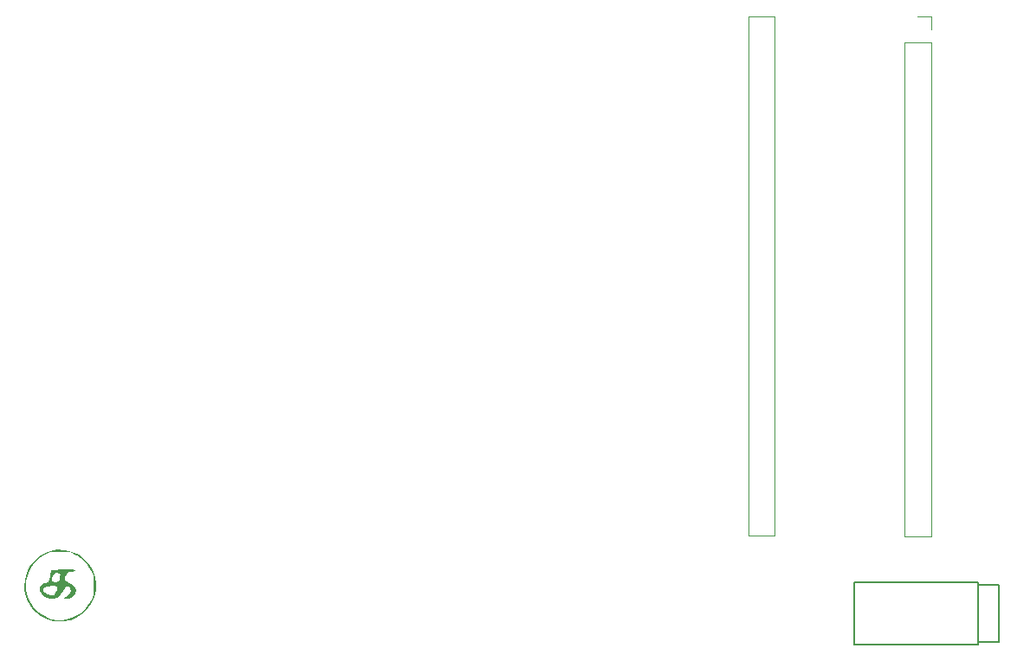
<source format=gto>
%TF.GenerationSoftware,KiCad,Pcbnew,8.0.4*%
%TF.CreationDate,2024-08-06T18:16:02+02:00*%
%TF.ProjectId,keyboard_pcb,6b657962-6f61-4726-945f-7063622e6b69,rev1.0*%
%TF.SameCoordinates,Original*%
%TF.FileFunction,Legend,Top*%
%TF.FilePolarity,Positive*%
%FSLAX46Y46*%
G04 Gerber Fmt 4.6, Leading zero omitted, Abs format (unit mm)*
G04 Created by KiCad (PCBNEW 8.0.4) date 2024-08-06 18:16:02*
%MOMM*%
%LPD*%
G01*
G04 APERTURE LIST*
%ADD10C,0.000000*%
%ADD11C,0.150000*%
%ADD12C,0.120000*%
G04 APERTURE END LIST*
D10*
%TO.C,G\u002A\u002A\u002A*%
G36*
X113583036Y-103890850D02*
G01*
X114274068Y-104058651D01*
X114916993Y-104357159D01*
X115489092Y-104774325D01*
X115967642Y-105298100D01*
X116329924Y-105916432D01*
X116470015Y-106287999D01*
X116624786Y-107050794D01*
X116622314Y-107797503D01*
X116470673Y-108508650D01*
X116177935Y-109164756D01*
X115752173Y-109746347D01*
X115201458Y-110233944D01*
X114713914Y-110524941D01*
X114399926Y-110674173D01*
X114148926Y-110769601D01*
X113901810Y-110824739D01*
X113599474Y-110853104D01*
X113216611Y-110867308D01*
X112797521Y-110873007D01*
X112492827Y-110858465D01*
X112248074Y-110816236D01*
X112008808Y-110738875D01*
X111870967Y-110683333D01*
X111262953Y-110380631D01*
X110778342Y-110023986D01*
X110372488Y-109580265D01*
X110356782Y-109559603D01*
X109966750Y-108914727D01*
X109727420Y-108232603D01*
X109647250Y-107644878D01*
X109803215Y-107644878D01*
X109908707Y-108277956D01*
X110128771Y-108881634D01*
X110461336Y-109436342D01*
X110904332Y-109922509D01*
X111455686Y-110320563D01*
X112113329Y-110610934D01*
X112365000Y-110682703D01*
X112841114Y-110773940D01*
X113267285Y-110784489D01*
X113740370Y-110716091D01*
X113778999Y-110708130D01*
X114458908Y-110482784D01*
X115087624Y-110114196D01*
X115633668Y-109627305D01*
X116065559Y-109047049D01*
X116202088Y-108788463D01*
X116304895Y-108551652D01*
X116371193Y-108336476D01*
X116408777Y-108094307D01*
X116425442Y-107776517D01*
X116429000Y-107373000D01*
X116425403Y-106948739D01*
X116409011Y-106645148D01*
X116371423Y-106413621D01*
X116304235Y-106205552D01*
X116199047Y-105972334D01*
X116180201Y-105933667D01*
X115825435Y-105373657D01*
X115350777Y-104863221D01*
X114805669Y-104451801D01*
X114566333Y-104319799D01*
X114325460Y-104208422D01*
X114116761Y-104136261D01*
X113891630Y-104094913D01*
X113601462Y-104075977D01*
X113197649Y-104071050D01*
X113127000Y-104071000D01*
X112704932Y-104074371D01*
X112404064Y-104090160D01*
X112176309Y-104126880D01*
X111973579Y-104193044D01*
X111747787Y-104297165D01*
X111692246Y-104325000D01*
X111066816Y-104723483D01*
X110568385Y-105209993D01*
X110194879Y-105764958D01*
X109944230Y-106368808D01*
X109814365Y-107001972D01*
X109803215Y-107644878D01*
X109647250Y-107644878D01*
X109632120Y-107533961D01*
X109674178Y-106839531D01*
X109846921Y-106170044D01*
X110143678Y-105546231D01*
X110557778Y-104988823D01*
X111082546Y-104518549D01*
X111711313Y-104156140D01*
X112147534Y-103995572D01*
X112866617Y-103865808D01*
X113583036Y-103890850D01*
G37*
G36*
X114330458Y-105822724D02*
G01*
X114545772Y-105838177D01*
X114653280Y-105866800D01*
X114673416Y-105910062D01*
X114673395Y-105910127D01*
X114571863Y-105981958D01*
X114351901Y-106032927D01*
X114235848Y-106044399D01*
X113984499Y-106072376D01*
X113842241Y-106138217D01*
X113748840Y-106278207D01*
X113713299Y-106359179D01*
X113607550Y-106662400D01*
X113608420Y-106862382D01*
X113731716Y-106998810D01*
X113993245Y-107111367D01*
X114015954Y-107118985D01*
X114398953Y-107302833D01*
X114625137Y-107545815D01*
X114692693Y-107844243D01*
X114599804Y-108194430D01*
X114572683Y-108249721D01*
X114350618Y-108504328D01*
X114021312Y-108654210D01*
X113758016Y-108685333D01*
X113560525Y-108661073D01*
X113523789Y-108596936D01*
X113647688Y-108505887D01*
X113760145Y-108457950D01*
X113976004Y-108315438D01*
X114114214Y-108107278D01*
X114171212Y-107875483D01*
X114143437Y-107662065D01*
X114027326Y-107509036D01*
X113844963Y-107457667D01*
X113695713Y-107494779D01*
X113559553Y-107628296D01*
X113415118Y-107866031D01*
X113197732Y-108229652D01*
X112995536Y-108461699D01*
X112771748Y-108591762D01*
X112489587Y-108649427D01*
X112435565Y-108653985D01*
X112143368Y-108653739D01*
X111887902Y-108618106D01*
X111814667Y-108595048D01*
X111514555Y-108415037D01*
X111279837Y-108173579D01*
X111150560Y-107916660D01*
X111137333Y-107817260D01*
X111157060Y-107680163D01*
X111441823Y-107680163D01*
X111449059Y-107868853D01*
X111466858Y-107906251D01*
X111650171Y-108113302D01*
X111916960Y-108264776D01*
X112208587Y-108340201D01*
X112466417Y-108319109D01*
X112542825Y-108281870D01*
X112694331Y-108103516D01*
X112801570Y-107839566D01*
X112830667Y-107632566D01*
X112821449Y-107515055D01*
X112768054Y-107450033D01*
X112631871Y-107421995D01*
X112374290Y-107415434D01*
X112289713Y-107415333D01*
X111873017Y-107446920D01*
X111586765Y-107537357D01*
X111441823Y-107680163D01*
X111157060Y-107680163D01*
X111179683Y-107522936D01*
X111326612Y-107314963D01*
X111607944Y-107154951D01*
X111671438Y-107129698D01*
X111869483Y-107047303D01*
X111990609Y-106958163D01*
X112020675Y-106901990D01*
X112355112Y-106901990D01*
X112419450Y-107001280D01*
X112667001Y-107071659D01*
X112900764Y-106988914D01*
X112944700Y-106950537D01*
X113052630Y-106779101D01*
X113130098Y-106554559D01*
X113148490Y-106335954D01*
X113068962Y-106198916D01*
X113036168Y-106172689D01*
X112870796Y-106076583D01*
X112741950Y-106097076D01*
X112584179Y-106241441D01*
X112436547Y-106460218D01*
X112356169Y-106698956D01*
X112355112Y-106901990D01*
X112020675Y-106901990D01*
X112066564Y-106816255D01*
X112129096Y-106575553D01*
X112162264Y-106418170D01*
X112280333Y-105849000D01*
X113494680Y-105825461D01*
X113986905Y-105818975D01*
X114330458Y-105822724D01*
G37*
D11*
%TO.C,J1*%
X190750000Y-113150000D02*
X190750000Y-107050000D01*
X202850000Y-107050000D02*
X190750000Y-107050000D01*
X202850000Y-107300000D02*
X204850000Y-107300000D01*
X202850000Y-112900000D02*
X204850000Y-112900000D01*
X202850000Y-113150000D02*
X190750000Y-113150000D01*
X202850000Y-113150000D02*
X202850000Y-107050000D01*
X204850000Y-112900000D02*
X204850000Y-107300000D01*
D12*
%TO.C,U1*%
X180425000Y-51730000D02*
X180425000Y-102530000D01*
X182965000Y-51730000D02*
X180425000Y-51730000D01*
X182965000Y-102530000D02*
X180425000Y-102530000D01*
X182965000Y-102530000D02*
X182965000Y-51730000D01*
X195605000Y-54270000D02*
X195605000Y-102590000D01*
X195605000Y-102590000D02*
X198265000Y-102590000D01*
X198265000Y-51670000D02*
X196935000Y-51670000D01*
X198265000Y-53000000D02*
X198265000Y-51670000D01*
X198265000Y-54270000D02*
X195605000Y-54270000D01*
X198265000Y-102590000D02*
X198265000Y-54270000D01*
%TD*%
M02*

</source>
